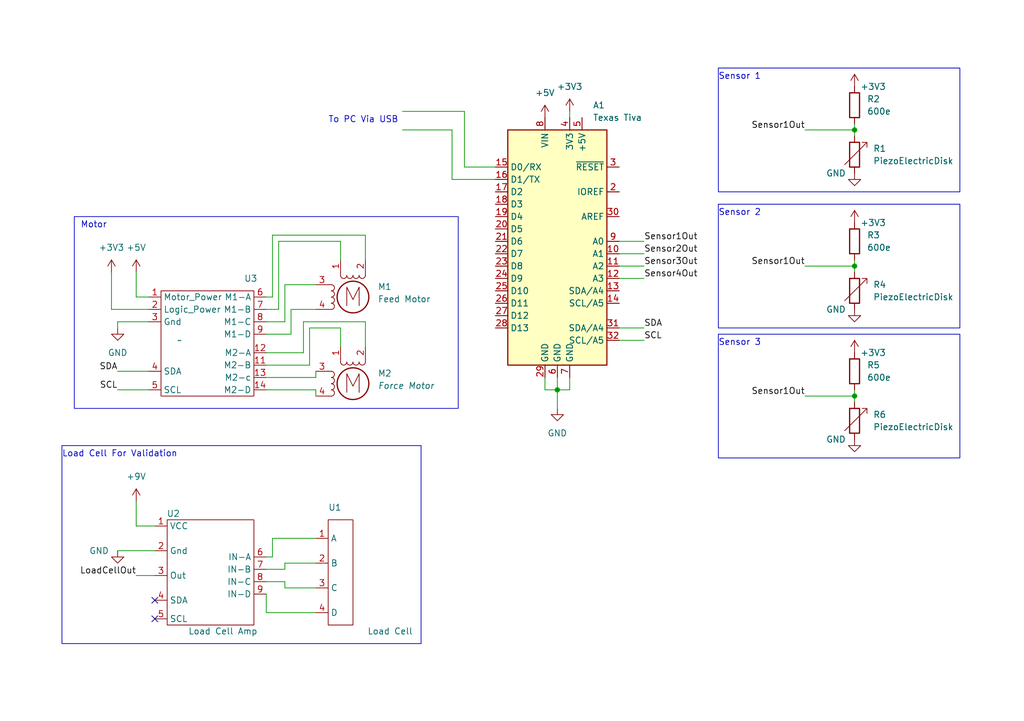
<source format=kicad_sch>
(kicad_sch (version 20230121) (generator eeschema)
  (paper "A5")
  (title_block (title "Test Setup") (company "Carnegie Mellon University") (comment 1 "Medical Robotics") (comment 2 "16879-A - Fall 2023") (comment 3 "Team B - ajinkyak, rithikan, abapat") (comment 4 "Multi-axial Soft Sensing for Force-Controlled Cardiac Ablation Catheters"))
  (lib_symbols
    (symbol "Device:R" (pin_numbers hide) (pin_names (offset 0))
      (property "Reference" "R" (at 2.032 0 90))
      (property "Value" "R" (at 0 0 90))
      (symbol "R_0_1"
        (rectangle (start -1.016 -2.54) (end 1.016 2.54) (stroke (width 0.254)))
      )
      (symbol "R_1_1"
        (pin passive line (at 0 3.81 270) (length 1.27) (name "~") (number "1"))
        (pin passive line (at 0 -3.81 90) (length 1.27) (name "~") (number "2"))
      )
    )
    (symbol "Device:R_Variable" (pin_numbers hide) (pin_names (offset 0))
      (property "Reference" "R" (at 2.54 -2.54 90))
      (property "Value" "R_Variable" (at -2.54 -1.27 90))
      (symbol "R_Variable_0_1"
        (rectangle (start -1.016 -2.54) (end 1.016 2.54) (stroke (width 0.254)))
        (polyline (pts (xy 2.54 1.524) (xy 2.54 2.54) (xy 1.524 2.54) (xy 2.54 2.54) (xy -2.032 -2.032)))
      )
      (symbol "R_Variable_1_1"
        (pin passive line (at 0 3.81 270) (length 1.27) (name "~") (number "1"))
        (pin passive line (at 0 -3.81 90) (length 1.27) (name "~") (number "2"))
      )
    )
    (symbol "MCU_Module:Arduino_UNO_R3"
      (property "Reference" "A" (at -10.16 23.495 0))
      (property "Value" "Arduino_UNO_R3" (at 5.08 -26.67 0))
      (symbol "Arduino_UNO_R3_0_1"
        (rectangle (start -10.16 22.86) (end 10.16 -25.4) (stroke (width 0.254)) (fill (type background)))
      )
      (symbol "Arduino_UNO_R3_1_1"
        (pin no_connect line (at -10.16 -20.32 0) (length 2.54) hide (name "NC") (number "1"))
        (pin bidirectional line (at 12.7 -2.54 180) (length 2.54) (name "A1") (number "10"))
        (pin bidirectional line (at 12.7 -5.08 180) (length 2.54) (name "A2") (number "11"))
        (pin bidirectional line (at 12.7 -7.62 180) (length 2.54) (name "A3") (number "12"))
        (pin bidirectional line (at 12.7 -10.16 180) (length 2.54) (name "SDA/A4") (number "13"))
        (pin bidirectional line (at 12.7 -12.7 180) (length 2.54) (name "SCL/A5") (number "14"))
        (pin bidirectional line (at -12.7 15.24 0) (length 2.54) (name "D0/RX") (number "15"))
        (pin bidirectional line (at -12.7 12.7 0) (length 2.54) (name "D1/TX") (number "16"))
        (pin bidirectional line (at -12.7 10.16 0) (length 2.54) (name "D2") (number "17"))
        (pin bidirectional line (at -12.7 7.62 0) (length 2.54) (name "D3") (number "18"))
        (pin bidirectional line (at -12.7 5.08 0) (length 2.54) (name "D4") (number "19"))
        (pin output line (at 12.7 10.16 180) (length 2.54) (name "IOREF") (number "2"))
        (pin bidirectional line (at -12.7 2.54 0) (length 2.54) (name "D5") (number "20"))
        (pin bidirectional line (at -12.7 0 0) (length 2.54) (name "D6") (number "21"))
        (pin bidirectional line (at -12.7 -2.54 0) (length 2.54) (name "D7") (number "22"))
        (pin bidirectional line (at -12.7 -5.08 0) (length 2.54) (name "D8") (number "23"))
        (pin bidirectional line (at -12.7 -7.62 0) (length 2.54) (name "D9") (number "24"))
        (pin bidirectional line (at -12.7 -10.16 0) (length 2.54) (name "D10") (number "25"))
        (pin bidirectional line (at -12.7 -12.7 0) (length 2.54) (name "D11") (number "26"))
        (pin bidirectional line (at -12.7 -15.24 0) (length 2.54) (name "D12") (number "27"))
        (pin bidirectional line (at -12.7 -17.78 0) (length 2.54) (name "D13") (number "28"))
        (pin power_in line (at -2.54 -27.94 90) (length 2.54) (name "GND") (number "29"))
        (pin input line (at 12.7 15.24 180) (length 2.54) (name "~{RESET}") (number "3"))
        (pin input line (at 12.7 5.08 180) (length 2.54) (name "AREF") (number "30"))
        (pin bidirectional line (at 12.7 -17.78 180) (length 2.54) (name "SDA/A4") (number "31"))
        (pin bidirectional line (at 12.7 -20.32 180) (length 2.54) (name "SCL/A5") (number "32"))
        (pin power_out line (at 2.54 25.4 270) (length 2.54) (name "3V3") (number "4"))
        (pin power_out line (at 5.08 25.4 270) (length 2.54) (name "+5V") (number "5"))
        (pin power_in line (at 0 -27.94 90) (length 2.54) (name "GND") (number "6"))
        (pin power_in line (at 2.54 -27.94 90) (length 2.54) (name "GND") (number "7"))
        (pin power_in line (at -2.54 25.4 270) (length 2.54) (name "VIN") (number "8"))
        (pin bidirectional line (at 12.7 0 180) (length 2.54) (name "A0") (number "9"))
      )
    )
    (symbol "Motor:Stepper_Motor_bipolar" (pin_names (offset 0) hide)
      (property "Reference" "M" (at 3.81 2.54 0))
      (property "Value" "Stepper_Motor_bipolar" (at 3.81 1.27 0))
      (symbol "Stepper_Motor_bipolar_0_0"
        (polyline (pts (xy -1.27 -1.778) (xy -1.27 2.032) (xy 0 -0.508) (xy 1.27 2.032) (xy 1.27 -1.778)))
      )
      (symbol "Stepper_Motor_bipolar_0_1"
        (arc (start -4.445 -2.54) (mid -3.8127 -1.905) (end -4.445 -1.27))
        (arc (start -4.445 -1.27) (mid -3.8127 -0.635) (end -4.445 0))
        (arc (start -4.445 0) (mid -3.8127 0.635) (end -4.445 1.27))
        (arc (start -4.445 1.27) (mid -3.8127 1.905) (end -4.445 2.54))
        (arc (start -2.54 4.445) (mid -1.905 3.8127) (end -1.27 4.445))
        (arc (start -1.27 4.445) (mid -0.635 3.8127) (end 0 4.445))
        (polyline (pts (xy -5.08 -2.54) (xy -4.445 -2.54)))
        (polyline (pts (xy -5.08 2.54) (xy -4.445 2.54)))
        (polyline (pts (xy -2.54 5.08) (xy -2.54 4.445)))
        (polyline (pts (xy 2.54 5.08) (xy 2.54 4.445)))
        (circle (center 0 0) (radius 3.2512) (stroke (width 0.254)))
        (arc (start 0 4.445) (mid 0.635 3.8127) (end 1.27 4.445))
        (arc (start 1.27 4.445) (mid 1.905 3.8127) (end 2.54 4.445))
      )
      (symbol "Stepper_Motor_bipolar_1_1"
        (pin passive line (at -2.54 7.62 270) (length 2.54) (name "~") (number "1"))
        (pin passive line (at 2.54 7.62 270) (length 2.54) (name "-") (number "2"))
        (pin passive line (at -7.62 2.54 0) (length 2.54) (name "~") (number "3"))
        (pin passive line (at -7.62 -2.54 0) (length 2.54) (name "~") (number "4"))
      )
    )
    (symbol "power:+3V3" (power) (pin_names (offset 0))
      (property "Value" "+3V3" (at 0 3.556 0))
      (symbol "+3V3_0_1"
        (polyline (pts (xy -0.762 1.27) (xy 0 2.54)))
        (polyline (pts (xy 0 0) (xy 0 2.54)))
        (polyline (pts (xy 0 2.54) (xy 0.762 1.27)))
      )
      (symbol "+3V3_1_1"
        (pin power_in line (at 0 0 90) (length 0) hide (name "+3V3") (number "1"))
      )
    )
    (symbol "power:+5V" (power) (pin_names (offset 0))
      (property "Value" "+5V" (at 0 3.556 0))
      (symbol "+5V_0_1"
        (polyline (pts (xy -0.762 1.27) (xy 0 2.54)))
        (polyline (pts (xy 0 0) (xy 0 2.54)))
        (polyline (pts (xy 0 2.54) (xy 0.762 1.27)))
      )
      (symbol "+5V_1_1"
        (pin power_in line (at 0 0 90) (length 0) hide (name "+5V") (number "1"))
      )
    )
    (symbol "power:+9V" (power) (pin_names (offset 0))
      (property "Value" "+9V" (at 0 3.556 0))
      (symbol "+9V_0_1"
        (polyline (pts (xy -0.762 1.27) (xy 0 2.54)))
        (polyline (pts (xy 0 0) (xy 0 2.54)))
        (polyline (pts (xy 0 2.54) (xy 0.762 1.27)))
      )
      (symbol "+9V_1_1"
        (pin power_in line (at 0 0 90) (length 0) hide (name "+9V") (number "1"))
      )
    )
    (symbol "power:GND" (power) (pin_names (offset 0))
      (property "Value" "GND" (at 0 -3.81 0))
      (symbol "GND_0_1"
        (polyline (pts (xy 0 0) (xy 0 -1.27) (xy 1.27 -1.27) (xy 0 -2.54) (xy -1.27 -1.27) (xy 0 -1.27)))
      )
      (symbol "GND_1_1"
        (pin power_in line (at 0 0 270) (length 0) hide (name "GND") (number "1"))
      )
    )
    (symbol "surgical:Adafruit-MotorShield"
      (property "Reference" "U3" (at 0.635 13.97 0))
      (property "Value" "~" (at -13.97 1.27 0))
      (symbol "Adafruit-MotorShield_0_1"
        (rectangle (start -17.78 11.43) (end 1.27 -10.16))
      )
      (symbol "Adafruit-MotorShield_1_1"
        (pin input line (at -20.32 10.16 0) (length 2.54) (name "Motor_Power") (number "1"))
        (pin input line (at 3.81 -3.81 180) (length 2.54) (name "M2-B") (number "11"))
        (pin input line (at 3.81 -1.27 180) (length 2.54) (name "M2-A") (number "12"))
        (pin input line (at 3.81 -6.35 180) (length 2.54) (name "M2-c") (number "13"))
        (pin input line (at 3.81 -8.89 180) (length 2.54) (name "M2-D") (number "14"))
        (pin input line (at -20.32 7.62 0) (length 2.54) (name "Logic_Power") (number "2"))
        (pin input line (at -20.32 5.08 0) (length 2.54) (name "Gnd") (number "3"))
        (pin input line (at -20.32 -5.08 0) (length 2.54) (name "SDA") (number "4"))
        (pin input line (at -20.32 -8.89 0) (length 2.54) (name "SCL") (number "5"))
        (pin input line (at 3.81 10.16 180) (length 2.54) (name "M1-A") (number "6"))
        (pin input line (at 3.81 7.62 180) (length 2.54) (name "M1-B") (number "7"))
        (pin input line (at 3.81 5.08 180) (length 2.54) (name "M1-C") (number "8"))
        (pin input line (at 3.81 2.54 180) (length 2.54) (name "M1-D") (number "9"))
      )
    )
    (symbol "surgical:Load_Cell"
      (property "Reference" "U1" (at -8.89 13.97 0))
      (property "Value" "Load Cell" (at 3.81 -11.43 0))
      (symbol "Load_Cell_0_1"
        (rectangle (start -8.89 11.43) (end -3.81 -10.16))
      )
      (symbol "Load_Cell_1_1"
        (pin input line (at -11.43 7.62 0) (length 2.54) (name "A") (number "1"))
        (pin input line (at -11.43 2.54 0) (length 2.54) (name "B") (number "2"))
        (pin input line (at -11.43 -2.54 0) (length 2.54) (name "C") (number "3"))
        (pin input line (at -11.43 -7.62 0) (length 2.54) (name "D") (number "4"))
      )
    )
    (symbol "surgical:Load_Cell_Amp"
      (property "Reference" "U2" (at 0.635 13.97 0))
      (property "Value" "~" (at 8.89 0 0))
      (symbol "Load_Cell_Amp_0_1"
        (rectangle (start -8.89 11.43) (end 8.89 -10.16))
      )
      (symbol "Load_Cell_Amp_1_1"
        (pin input line (at -11.43 10.16 0) (length 2.54) (name "VCC") (number "1"))
        (pin input line (at -11.43 5.08 0) (length 2.54) (name "Gnd") (number "2"))
        (pin input line (at -11.43 0 0) (length 2.54) (name "Out") (number "3"))
        (pin input line (at -11.43 -5.08 0) (length 2.54) (name "SDA") (number "4"))
        (pin input line (at -11.43 -8.89 0) (length 2.54) (name "SCL") (number "5"))
        (pin input line (at 11.43 3.81 180) (length 2.54) (name "IN-A") (number "6"))
        (pin input line (at 11.43 1.27 180) (length 2.54) (name "IN-B") (number "7"))
        (pin input line (at 11.43 -1.27 180) (length 2.54) (name "IN-C") (number "8"))
        (pin input line (at 11.43 -3.81 180) (length 2.54) (name "IN-D") (number "9"))
      )
    )
  )
  (junction (at 175.26 54.61))
  (junction (at 175.26 81.28))
  (junction (at 114.3 80.01))
  (junction (at 175.26 26.67))
  (no_connect (at 31.75 127))
  (no_connect (at 31.75 123.19))
  (wire (pts (xy 58.42 119.38) (xy 58.42 120.65)))
  (wire (pts (xy 24.13 66.04) (xy 30.48 66.04)))
  (wire (pts (xy 59.69 68.58) (xy 59.69 63.5)))
  (wire (pts (xy 165.1 54.61) (xy 175.26 54.61)))
  (wire (pts (xy 58.42 58.42) (xy 64.77 58.42)))
  (wire (pts (xy 165.1 81.28) (xy 175.26 81.28)))
  (wire (pts (xy 54.61 121.92) (xy 54.61 125.73)))
  (wire (pts (xy 111.76 80.01) (xy 111.76 77.47)))
  (wire (pts (xy 55.88 110.49) (xy 64.77 110.49)))
  (wire (pts (xy 101.6 36.83) (xy 92.71 36.83)))
  (wire (pts (xy 175.26 54.61) (xy 175.26 55.88)))
  (wire (pts (xy 127 67.31) (xy 132.08 67.31)))
  (wire (pts (xy 54.61 77.47) (xy 64.77 77.47)))
  (wire (pts (xy 82.55 22.86) (xy 95.25 22.86)))
  (wire (pts (xy 54.61 66.04) (xy 58.42 66.04)))
  (wire (pts (xy 24.13 76.2) (xy 30.48 76.2)))
  (wire (pts (xy 95.25 34.29) (xy 95.25 22.86)))
  (wire (pts (xy 69.85 67.31) (xy 69.85 71.12)))
  (wire (pts (xy 54.61 68.58) (xy 59.69 68.58)))
  (wire (pts (xy 54.61 72.39) (xy 62.23 72.39)))
  (wire (pts (xy 127 54.61) (xy 132.08 54.61)))
  (wire (pts (xy 54.61 114.3) (xy 55.88 114.3)))
  (wire (pts (xy 54.61 63.5) (xy 57.15 63.5)))
  (wire (pts (xy 58.42 115.57) (xy 64.77 115.57)))
  (wire (pts (xy 31.75 113.03) (xy 24.13 113.03)))
  (wire (pts (xy 57.15 49.53) (xy 69.85 49.53)))
  (wire (pts (xy 114.3 80.01) (xy 114.3 83.82)))
  (wire (pts (xy 62.23 72.39) (xy 62.23 66.04)))
  (wire (pts (xy 58.42 120.65) (xy 64.77 120.65)))
  (wire (pts (xy 114.3 77.47) (xy 114.3 80.01)))
  (wire (pts (xy 27.94 118.11) (xy 31.75 118.11)))
  (wire (pts (xy 175.26 81.28) (xy 175.26 82.55)))
  (wire (pts (xy 116.84 22.86) (xy 116.84 24.13)))
  (wire (pts (xy 114.3 80.01) (xy 111.76 80.01)))
  (wire (pts (xy 127 52.07) (xy 132.08 52.07)))
  (wire (pts (xy 74.93 66.04) (xy 74.93 71.12)))
  (wire (pts (xy 31.75 107.95) (xy 27.94 107.95)))
  (wire (pts (xy 116.84 77.47) (xy 116.84 80.01)))
  (wire (pts (xy 127 57.15) (xy 132.08 57.15)))
  (wire (pts (xy 27.94 102.87) (xy 27.94 107.95)))
  (wire (pts (xy 63.5 74.93) (xy 63.5 67.31)))
  (wire (pts (xy 24.13 67.31) (xy 24.13 66.04)))
  (wire (pts (xy 63.5 67.31) (xy 69.85 67.31)))
  (wire (pts (xy 82.55 26.67) (xy 92.71 26.67)))
  (wire (pts (xy 58.42 66.04) (xy 58.42 58.42)))
  (wire (pts (xy 127 69.85) (xy 132.08 69.85)))
  (wire (pts (xy 101.6 34.29) (xy 95.25 34.29)))
  (wire (pts (xy 116.84 80.01) (xy 114.3 80.01)))
  (wire (pts (xy 74.93 48.26) (xy 74.93 53.34)))
  (wire (pts (xy 175.26 80.01) (xy 175.26 81.28)))
  (wire (pts (xy 24.13 80.01) (xy 30.48 80.01)))
  (wire (pts (xy 54.61 74.93) (xy 63.5 74.93)))
  (wire (pts (xy 30.48 63.5) (xy 22.86 63.5)))
  (wire (pts (xy 54.61 125.73) (xy 64.77 125.73)))
  (wire (pts (xy 55.88 60.96) (xy 55.88 48.26)))
  (wire (pts (xy 165.1 26.67) (xy 175.26 26.67)))
  (wire (pts (xy 58.42 116.84) (xy 58.42 115.57)))
  (wire (pts (xy 22.86 63.5) (xy 22.86 55.88)))
  (wire (pts (xy 62.23 66.04) (xy 74.93 66.04)))
  (wire (pts (xy 54.61 80.01) (xy 64.77 80.01)))
  (wire (pts (xy 175.26 26.67) (xy 175.26 27.94)))
  (wire (pts (xy 127 49.53) (xy 132.08 49.53)))
  (wire (pts (xy 92.71 36.83) (xy 92.71 26.67)))
  (wire (pts (xy 175.26 53.34) (xy 175.26 54.61)))
  (wire (pts (xy 27.94 55.88) (xy 27.94 60.96)))
  (wire (pts (xy 54.61 119.38) (xy 58.42 119.38)))
  (wire (pts (xy 175.26 25.4) (xy 175.26 26.67)))
  (wire (pts (xy 27.94 60.96) (xy 30.48 60.96)))
  (wire (pts (xy 55.88 48.26) (xy 74.93 48.26)))
  (wire (pts (xy 57.15 63.5) (xy 57.15 49.53)))
  (wire (pts (xy 54.61 60.96) (xy 55.88 60.96)))
  (wire (pts (xy 55.88 114.3) (xy 55.88 110.49)))
  (wire (pts (xy 59.69 63.5) (xy 64.77 63.5)))
  (wire (pts (xy 54.61 116.84) (xy 58.42 116.84)))
  (wire (pts (xy 64.77 80.01) (xy 64.77 81.28)))
  (wire (pts (xy 64.77 77.47) (xy 64.77 76.2)))
  (wire (pts (xy 69.85 49.53) (xy 69.85 53.34)))
  (rectangle (start 15.24 44.45) (end 93.98 83.82))
  (rectangle (start 147.32 13.97) (end 196.85 39.37))
  (rectangle (start 12.7 91.44) (end 86.36 132.08))
  (rectangle (start 147.32 68.58) (end 196.85 93.98))
  (rectangle (start 147.32 41.91) (end 196.85 67.31))
  (text "Motor" (at 16.51 46.99 0) (effects (font (size 1.27 1.27)) (justify left bottom)))
  (text "Sensor 3" (at 147.32 71.12 0) (effects (font (size 1.27 1.27)) (justify left bottom)))
  (text "To PC Via USB\n" (at 67.31 25.4 0) (effects (font (size 1.27 1.27)) (justify left bottom)))
  (text "Sensor 2" (at 147.32 44.45 0) (effects (font (size 1.27 1.27)) (justify left bottom)))
  (text "Load Cell For Validation" (at 12.7 93.98 0) (effects (font (size 1.27 1.27)) (justify left bottom)))
  (text "Sensor 1" (at 147.32 16.51 0) (effects (font (size 1.27 1.27)) (justify left bottom)))
  (label "Sensor1Out" (at 165.1 54.61 180))
  (label "SDA" (at 24.13 76.2 180))
  (label "Sensor4Out" (at 132.08 57.15 0))
  (label "Sensor3Out" (at 132.08 54.61 0))
  (label "LoadCellOut" (at 27.94 118.11 180))
  (label "Sensor2Out" (at 132.08 52.07 0))
  (label "Sensor1Out" (at 165.1 26.67 180))
  (label "Sensor1Out" (at 132.08 49.53 0))
  (label "SCL" (at 24.13 80.01 180))
  (label "SCL" (at 132.08 69.85 0))
  (label "SDA" (at 132.08 67.31 0))
  (label "Sensor1Out" (at 165.1 81.28 180))
  (symbol (lib_id "power:+3V3") (at 175.26 45.72 0) (unit 1)
    (property "Reference" "#PWR07" (effects hide))
    (property "Value" "+3V3" (at 179.07 45.72 0))
  )
  (symbol (lib_id "surgical:Adafruit-MotorShield") (at 50.8 71.12 0) (unit 1)
    (property "Reference" "U3" (at 51.435 57.15 0))
    (property "Value" "~" (at 36.83 69.85 0))
  )
  (symbol (lib_id "power:+3V3") (at 175.26 72.39 0) (unit 1)
    (property "Reference" "#PWR09" (effects hide))
    (property "Value" "+3V3" (at 179.07 72.39 0))
  )
  (symbol (lib_id "power:+3V3") (at 116.84 22.86 0) (unit 1)
    (property "Reference" "#PWR04" (effects hide))
    (property "Value" "+3V3" (at 116.84 17.78 0))
  )
  (symbol (lib_id "surgical:Load_Cell") (at 76.2 118.11 0) (unit 1)
    (property "Reference" "U1" (at 67.31 104.14 0) (effects (justify left)))
    (property "Value" "Load Cell" (at 80.01 129.54 0))
  )
  (symbol (lib_id "power:GND") (at 175.26 90.17 0) (unit 1)
    (property "Reference" "#PWR010" (effects hide))
    (property "Value" "GND" (at 171.45 90.17 0))
  )
  (symbol (lib_id "surgical:Load_Cell_Amp") (at 43.18 118.11 0) (unit 1)
    (property "Reference" "U2" (at 35.56 105.41 0))
    (property "Value" "Load Cell Amp" (at 45.72 129.54 0))
  )
  (symbol (lib_id "power:GND") (at 24.13 113.03 0) (unit 1)
    (property "Reference" "#PWR02" (effects hide))
    (property "Value" "GND" (at 20.32 113.03 0))
  )
  (symbol (lib_id "Device:R_Variable") (at 175.26 31.75 0) (unit 1)
    (property "Reference" "R1" (at 179.07 30.48 0) (effects (justify left)))
    (property "Value" "PiezoElectricDisk" (at 179.07 33.02 0) (effects (justify left)))
  )
  (symbol (lib_id "MCU_Module:Arduino_UNO_R3") (at 114.3 49.53 0) (unit 1)
    (property "Reference" "A1" (at 121.5741 21.59 0) (effects (justify left)))
    (property "Value" "Texas Tiva" (at 121.5741 24.13 0) (effects (justify left)))
    (property "Footprint" "Module:Arduino_UNO_R3" (effects hide))
    (property "Datasheet" "https://www.arduino.cc/en/Main/arduinoBoardUno" (effects hide))
  )
  (symbol (lib_id "power:+5V") (at 27.94 55.88 0) (unit 1)
    (property "Reference" "#PWR014" (effects hide))
    (property "Value" "+5V" (at 27.94 50.8 0))
  )
  (symbol (lib_id "Device:R") (at 175.26 21.59 0) (unit 1)
    (property "Reference" "R2" (at 177.8 20.32 0) (effects (justify left)))
    (property "Value" "600e" (at 177.8 22.86 0) (effects (justify left)))
  )
  (symbol (lib_id "Device:R_Variable") (at 175.26 86.36 0) (unit 1)
    (property "Reference" "R6" (at 179.07 85.09 0) (effects (justify left)))
    (property "Value" "PiezoElectricDisk" (at 179.07 87.63 0) (effects (justify left)))
  )
  (symbol (lib_id "Device:R") (at 175.26 76.2 0) (unit 1)
    (property "Reference" "R5" (at 177.8 74.93 0) (effects (justify left)))
    (property "Value" "600e" (at 177.8 77.47 0) (effects (justify left)))
  )
  (symbol (lib_id "Device:R") (at 175.26 49.53 0) (unit 1)
    (property "Reference" "R3" (at 177.8 48.26 0) (effects (justify left)))
    (property "Value" "600e" (at 177.8 50.8 0) (effects (justify left)))
  )
  (symbol (lib_id "power:+5V") (at 111.76 24.13 0) (unit 1)
    (property "Reference" "#PWR011" (effects hide))
    (property "Value" "+5V" (at 111.76 19.05 0))
  )
  (symbol (lib_id "Motor:Stepper_Motor_bipolar") (at 72.39 78.74 0) (unit 1)
    (property "Reference" "M2" (at 77.47 76.6191 0) (effects (justify left)))
    (property "Value" "Force Motor" (at 77.47 79.1591 0) (effects (font italic) (justify left)))
    (property "Datasheet" "http://www.infineon.com/dgdl/Application-Note-TLE8110EE_driving_UniPolarStepperMotor_V1.1.pdf?fileId=db3a30431be39b97011be5d0aa0a00b0" (effects hide))
  )
  (symbol (lib_id "power:+9V") (at 27.94 102.87 0) (unit 1)
    (property "Reference" "#PWR01" (effects hide))
    (property "Value" "+9V" (at 27.94 97.79 0))
  )
  (symbol (lib_id "power:+3V3") (at 22.86 55.88 0) (unit 1)
    (property "Reference" "#PWR012" (effects hide))
    (property "Value" "+3V3" (at 22.86 50.8 0))
  )
  (symbol (lib_id "Motor:Stepper_Motor_bipolar") (at 72.39 60.96 0) (unit 1)
    (property "Reference" "M1" (at 77.47 58.8391 0) (effects (justify left)))
    (property "Value" "Feed Motor" (at 77.47 61.3791 0) (effects (justify left)))
    (property "Datasheet" "http://www.infineon.com/dgdl/Application-Note-TLE8110EE_driving_UniPolarStepperMotor_V1.1.pdf?fileId=db3a30431be39b97011be5d0aa0a00b0" (effects hide))
  )
  (symbol (lib_id "Device:R_Variable") (at 175.26 59.69 0) (unit 1)
    (property "Reference" "R4" (at 179.07 58.42 0) (effects (justify left)))
    (property "Value" "PiezoElectricDisk" (at 179.07 60.96 0) (effects (justify left)))
  )
  (symbol (lib_id "power:GND") (at 175.26 35.56 0) (unit 1)
    (property "Reference" "#PWR05" (effects hide))
    (property "Value" "GND" (at 171.45 35.56 0))
  )
  (symbol (lib_id "power:GND") (at 24.13 67.31 0) (unit 1)
    (property "Reference" "#PWR013" (effects hide))
    (property "Value" "GND" (at 24.13 72.39 0))
  )
  (symbol (lib_id "power:GND") (at 175.26 63.5 0) (unit 1)
    (property "Reference" "#PWR08" (effects hide))
    (property "Value" "GND" (at 171.45 63.5 0))
  )
  (symbol (lib_id "power:GND") (at 114.3 83.82 0) (unit 1)
    (property "Reference" "#PWR03" (effects hide))
    (property "Value" "GND" (at 114.3 88.9 0))
  )
  (symbol (lib_id "power:+3V3") (at 175.26 17.78 0) (unit 1)
    (property "Reference" "#PWR06" (effects hide))
    (property "Value" "+3V3" (at 179.07 17.78 0))
  )
)
</source>
